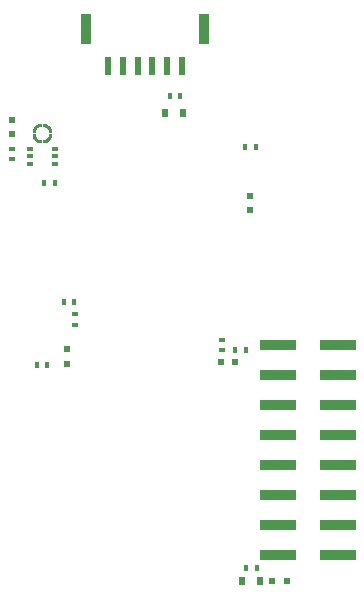
<source format=gbp>
G04 EAGLE Gerber RS-274X export*
G75*
%MOMM*%
%FSLAX34Y34*%
%LPD*%
%INBottom Paste*%
%IPPOS*%
%AMOC8*
5,1,8,0,0,1.08239X$1,22.5*%
G01*
%ADD10R,0.498400X0.598400*%
%ADD11R,0.598400X0.498400*%
%ADD12R,0.498400X0.298400*%
%ADD13R,0.548400X0.398400*%
%ADD14R,0.398400X0.548400*%
%ADD15R,3.048400X0.898400*%
%ADD16R,0.498400X0.798400*%
%ADD17R,0.498400X1.598400*%
%ADD18R,0.898400X2.598400*%

G36*
X97490Y433295D02*
X97490Y433295D01*
X97519Y433290D01*
X97558Y433307D01*
X97599Y433315D01*
X97620Y433335D01*
X97647Y433347D01*
X97670Y433382D01*
X97701Y433411D01*
X97708Y433439D01*
X97724Y433464D01*
X97735Y433537D01*
X97735Y435537D01*
X97734Y435542D01*
X97735Y435546D01*
X97732Y435556D01*
X97733Y435565D01*
X97717Y435600D01*
X97714Y435608D01*
X97696Y435671D01*
X97693Y435674D01*
X97691Y435679D01*
X97677Y435690D01*
X97676Y435692D01*
X97667Y435698D01*
X97640Y435720D01*
X97591Y435763D01*
X97586Y435764D01*
X97583Y435767D01*
X97510Y435785D01*
X96462Y435889D01*
X95477Y436187D01*
X94570Y436672D01*
X93774Y437325D01*
X93121Y438121D01*
X92636Y439028D01*
X92337Y440013D01*
X92234Y441062D01*
X92232Y441066D01*
X92233Y441071D01*
X92206Y441131D01*
X92182Y441191D01*
X92178Y441194D01*
X92176Y441198D01*
X92122Y441234D01*
X92068Y441273D01*
X92063Y441273D01*
X92060Y441275D01*
X91986Y441286D01*
X89986Y441286D01*
X89958Y441278D01*
X89929Y441280D01*
X89892Y441259D01*
X89852Y441247D01*
X89832Y441225D01*
X89807Y441211D01*
X89787Y441174D01*
X89760Y441142D01*
X89755Y441113D01*
X89742Y441087D01*
X89738Y441013D01*
X89882Y439550D01*
X89886Y439540D01*
X89892Y439502D01*
X90318Y438095D01*
X90324Y438086D01*
X90337Y438050D01*
X91030Y436753D01*
X91038Y436745D01*
X91057Y436712D01*
X91990Y435576D01*
X91999Y435570D01*
X92025Y435541D01*
X93161Y434608D01*
X93171Y434604D01*
X93202Y434581D01*
X94498Y433888D01*
X94509Y433886D01*
X94544Y433870D01*
X95950Y433443D01*
X95961Y433443D01*
X95998Y433433D01*
X97462Y433289D01*
X97490Y433295D01*
G37*
G36*
X99974Y433433D02*
X99974Y433433D01*
X99984Y433437D01*
X100022Y433443D01*
X101428Y433870D01*
X101437Y433875D01*
X101474Y433888D01*
X102770Y434581D01*
X102778Y434589D01*
X102811Y434608D01*
X103947Y435541D01*
X103954Y435550D01*
X103982Y435576D01*
X104915Y436712D01*
X104919Y436722D01*
X104942Y436753D01*
X105635Y438050D01*
X105637Y438060D01*
X105654Y438095D01*
X106080Y439502D01*
X106081Y439512D01*
X106090Y439550D01*
X106234Y441013D01*
X106229Y441038D01*
X106231Y441048D01*
X106230Y441050D01*
X106233Y441071D01*
X106216Y441109D01*
X106208Y441150D01*
X106188Y441171D01*
X106176Y441198D01*
X106141Y441221D01*
X106112Y441252D01*
X106084Y441259D01*
X106060Y441275D01*
X105986Y441286D01*
X103986Y441286D01*
X103982Y441285D01*
X103977Y441286D01*
X103915Y441266D01*
X103852Y441247D01*
X103849Y441244D01*
X103844Y441242D01*
X103803Y441192D01*
X103760Y441142D01*
X103759Y441137D01*
X103756Y441134D01*
X103738Y441062D01*
X103635Y440013D01*
X103336Y439028D01*
X102851Y438121D01*
X102198Y437325D01*
X101402Y436672D01*
X100495Y436187D01*
X99510Y435889D01*
X98462Y435785D01*
X98457Y435783D01*
X98453Y435784D01*
X98393Y435757D01*
X98353Y435742D01*
X98352Y435741D01*
X98332Y435733D01*
X98329Y435729D01*
X98325Y435727D01*
X98289Y435673D01*
X98275Y435653D01*
X98260Y435636D01*
X98259Y435631D01*
X98251Y435619D01*
X98250Y435615D01*
X98248Y435611D01*
X98237Y435537D01*
X98237Y433537D01*
X98245Y433509D01*
X98243Y433480D01*
X98264Y433443D01*
X98276Y433403D01*
X98298Y433384D01*
X98313Y433358D01*
X98350Y433339D01*
X98381Y433311D01*
X98410Y433307D01*
X98436Y433293D01*
X98510Y433289D01*
X99974Y433433D01*
G37*
G36*
X91991Y441789D02*
X91991Y441789D01*
X91995Y441788D01*
X92057Y441809D01*
X92120Y441827D01*
X92123Y441831D01*
X92128Y441832D01*
X92169Y441883D01*
X92212Y441932D01*
X92213Y441937D01*
X92216Y441941D01*
X92234Y442013D01*
X92337Y443061D01*
X92636Y444046D01*
X93121Y444954D01*
X93774Y445749D01*
X94570Y446402D01*
X95477Y446887D01*
X96462Y447186D01*
X97510Y447289D01*
X97515Y447291D01*
X97519Y447290D01*
X97579Y447317D01*
X97640Y447341D01*
X97643Y447345D01*
X97647Y447347D01*
X97683Y447402D01*
X97721Y447455D01*
X97722Y447460D01*
X97724Y447464D01*
X97735Y447537D01*
X97735Y449537D01*
X97733Y449546D01*
X97733Y449548D01*
X97730Y449554D01*
X97727Y449565D01*
X97729Y449595D01*
X97708Y449631D01*
X97696Y449671D01*
X97674Y449691D01*
X97659Y449716D01*
X97622Y449736D01*
X97591Y449763D01*
X97562Y449768D01*
X97536Y449781D01*
X97462Y449785D01*
X95998Y449641D01*
X95988Y449637D01*
X95950Y449632D01*
X94544Y449205D01*
X94535Y449199D01*
X94498Y449186D01*
X93202Y448493D01*
X93194Y448486D01*
X93185Y448480D01*
X93179Y448478D01*
X93176Y448475D01*
X93161Y448466D01*
X92025Y447533D01*
X92019Y447524D01*
X91990Y447499D01*
X91057Y446362D01*
X91053Y446352D01*
X91030Y446321D01*
X90337Y445025D01*
X90335Y445014D01*
X90318Y444980D01*
X89892Y443573D01*
X89891Y443562D01*
X89882Y443525D01*
X89738Y442062D01*
X89743Y442033D01*
X89739Y442004D01*
X89756Y441965D01*
X89764Y441924D01*
X89784Y441903D01*
X89796Y441876D01*
X89831Y441853D01*
X89860Y441822D01*
X89888Y441815D01*
X89913Y441799D01*
X89986Y441788D01*
X91986Y441788D01*
X91991Y441789D01*
G37*
G36*
X106014Y441796D02*
X106014Y441796D01*
X106044Y441795D01*
X106080Y441815D01*
X106120Y441827D01*
X106140Y441849D01*
X106165Y441864D01*
X106185Y441901D01*
X106212Y441932D01*
X106217Y441961D01*
X106230Y441987D01*
X106234Y442062D01*
X106090Y443525D01*
X106086Y443535D01*
X106080Y443573D01*
X105654Y444980D01*
X105648Y444989D01*
X105635Y445025D01*
X104942Y446321D01*
X104934Y446329D01*
X104915Y446362D01*
X103982Y447499D01*
X103973Y447505D01*
X103947Y447533D01*
X102811Y448466D01*
X102801Y448470D01*
X102770Y448493D01*
X101474Y449186D01*
X101463Y449188D01*
X101428Y449205D01*
X100022Y449632D01*
X100011Y449632D01*
X99974Y449641D01*
X98510Y449785D01*
X98482Y449780D01*
X98453Y449784D01*
X98414Y449767D01*
X98373Y449759D01*
X98352Y449739D01*
X98325Y449727D01*
X98302Y449692D01*
X98271Y449664D01*
X98264Y449635D01*
X98248Y449611D01*
X98237Y449537D01*
X98237Y447537D01*
X98238Y447533D01*
X98237Y447528D01*
X98258Y447466D01*
X98276Y447403D01*
X98280Y447400D01*
X98281Y447395D01*
X98332Y447354D01*
X98381Y447311D01*
X98386Y447310D01*
X98390Y447307D01*
X98462Y447289D01*
X99510Y447186D01*
X100495Y446887D01*
X101402Y446402D01*
X102198Y445749D01*
X102851Y444954D01*
X103336Y444046D01*
X103635Y443061D01*
X103738Y442013D01*
X103740Y442008D01*
X103739Y442004D01*
X103766Y441944D01*
X103790Y441883D01*
X103794Y441880D01*
X103796Y441876D01*
X103851Y441840D01*
X103904Y441802D01*
X103909Y441802D01*
X103913Y441799D01*
X103986Y441788D01*
X105986Y441788D01*
X106014Y441796D01*
G37*
D10*
X273723Y376828D03*
X273723Y388828D03*
D11*
X248885Y248457D03*
X260885Y248457D03*
D12*
X87191Y415820D03*
X87191Y422297D03*
X87191Y428774D03*
X108781Y415820D03*
X108781Y422297D03*
X108781Y428774D03*
D10*
X72331Y452670D03*
X72331Y440670D03*
D13*
X72138Y419622D03*
X72138Y428622D03*
D14*
X278628Y430045D03*
X269628Y430045D03*
X269934Y258010D03*
X260934Y258010D03*
D13*
X250131Y267048D03*
X250131Y258048D03*
D14*
X99308Y399577D03*
X108308Y399577D03*
D15*
X348150Y262400D03*
X297350Y262400D03*
X348150Y237000D03*
X297350Y237000D03*
X348150Y211600D03*
X297350Y211600D03*
X348150Y186200D03*
X297350Y186200D03*
X348150Y160800D03*
X297350Y160800D03*
X348150Y135400D03*
X297350Y135400D03*
X348150Y110000D03*
X297350Y110000D03*
X348150Y84600D03*
X297350Y84600D03*
D11*
X304703Y62744D03*
X292703Y62744D03*
D16*
X201578Y459005D03*
X216578Y459005D03*
D14*
X205661Y473210D03*
X214661Y473210D03*
D17*
X191087Y498673D03*
X203587Y498673D03*
X216087Y498673D03*
X178587Y498673D03*
X166087Y498673D03*
X153587Y498673D03*
D18*
X234837Y529923D03*
X134837Y529923D03*
D14*
X270639Y73371D03*
X279639Y73371D03*
D16*
X266857Y62647D03*
X281857Y62647D03*
D14*
X124921Y298838D03*
X115921Y298838D03*
D10*
X118864Y258704D03*
X118864Y246704D03*
D13*
X125162Y288425D03*
X125162Y279425D03*
D14*
X93207Y245705D03*
X102207Y245705D03*
M02*

</source>
